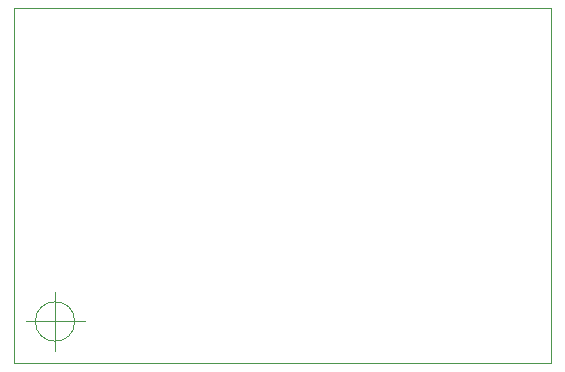
<source format=gbr>
G04 #@! TF.GenerationSoftware,KiCad,Pcbnew,5.1.6-c6e7f7d~87~ubuntu20.04.1*
G04 #@! TF.CreationDate,2020-08-21T13:28:06+01:00*
G04 #@! TF.ProjectId,power_supply,706f7765-725f-4737-9570-706c792e6b69,rev?*
G04 #@! TF.SameCoordinates,Original*
G04 #@! TF.FileFunction,Profile,NP*
%FSLAX46Y46*%
G04 Gerber Fmt 4.6, Leading zero omitted, Abs format (unit mm)*
G04 Created by KiCad (PCBNEW 5.1.6-c6e7f7d~87~ubuntu20.04.1) date 2020-08-21 13:28:06*
%MOMM*%
%LPD*%
G01*
G04 APERTURE LIST*
G04 #@! TA.AperFunction,Profile*
%ADD10C,0.050000*%
G04 #@! TD*
G04 APERTURE END LIST*
D10*
X163666666Y-138500000D02*
G75*
G03*
X163666666Y-138500000I-1666666J0D01*
G01*
X159500000Y-138500000D02*
X164500000Y-138500000D01*
X162000000Y-136000000D02*
X162000000Y-141000000D01*
X158500000Y-112000000D02*
X204000000Y-112000000D01*
X204000000Y-112000000D02*
X204000000Y-142000000D01*
X204000000Y-142000000D02*
X158500000Y-142000000D01*
X158500000Y-142000000D02*
X158500000Y-112000000D01*
M02*

</source>
